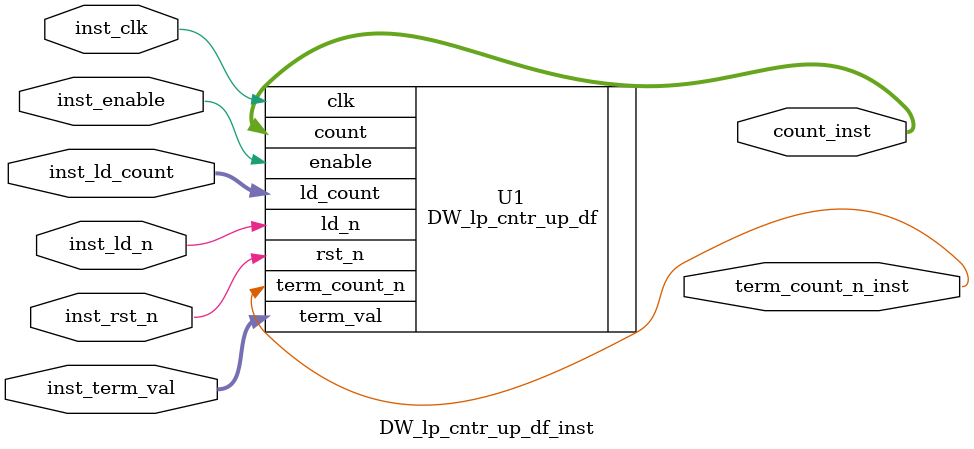
<source format=v>
module DW_lp_cntr_up_df_inst(
		inst_clk, inst_rst_n,
		inst_enable, inst_ld_n,
		inst_ld_count, inst_term_val,
		count_inst, term_count_n_inst );

parameter width = 8;
parameter rst_mode = 0;
parameter reg_trmcnt = 0;


input inst_clk;
input inst_rst_n;
input inst_enable;
input inst_ld_n;
input [width-1 : 0] inst_ld_count;
input [width-1 : 0] inst_term_val;
output [width-1 : 0] count_inst;
output term_count_n_inst;

    // Instance of DW_lp_cntr_up_df
    DW_lp_cntr_up_df #(width, rst_mode, reg_trmcnt)
	  U1 ( .clk(inst_clk), .rst_n(inst_rst_n),
	       .enable(inst_enable), .ld_n(inst_ld_n),
	       .ld_count(inst_ld_count), .term_val(inst_term_val),
	       .count(count_inst), .term_count_n(term_count_n_inst) );

endmodule

</source>
